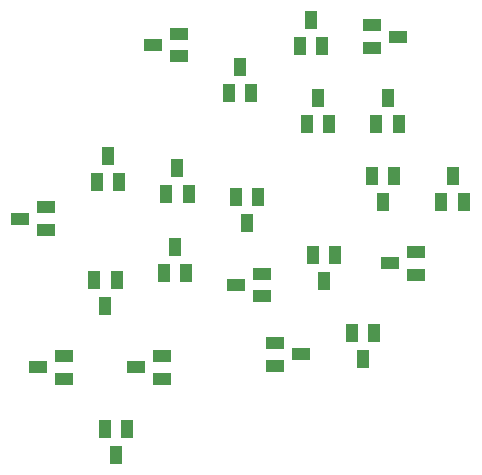
<source format=gts>
G75*
%MOIN*%
%OFA0B0*%
%FSLAX25Y25*%
%IPPOS*%
%LPD*%
%AMOC8*
5,1,8,0,0,1.08239X$1,22.5*
%
%ADD10R,0.04337X0.05912*%
%ADD11R,0.05912X0.04337*%
D10*
X0075449Y0039819D03*
X0082929Y0039819D03*
X0079189Y0031157D03*
X0075646Y0080764D03*
X0079386Y0089425D03*
X0071906Y0089425D03*
X0095134Y0091787D03*
X0102614Y0091787D03*
X0098874Y0100449D03*
X0095921Y0118165D03*
X0103402Y0118165D03*
X0099661Y0126827D03*
X0080173Y0122102D03*
X0072693Y0122102D03*
X0076433Y0130764D03*
X0116787Y0151630D03*
X0124268Y0151630D03*
X0120528Y0160291D03*
X0140409Y0167378D03*
X0147890Y0167378D03*
X0144150Y0176039D03*
X0146512Y0150055D03*
X0150252Y0141394D03*
X0142772Y0141394D03*
X0164425Y0124071D03*
X0171906Y0124071D03*
X0168165Y0115409D03*
X0187654Y0115409D03*
X0195134Y0115409D03*
X0191394Y0124071D03*
X0173480Y0141394D03*
X0166000Y0141394D03*
X0169740Y0150055D03*
X0126630Y0116984D03*
X0119150Y0116984D03*
X0122890Y0108323D03*
X0144740Y0097693D03*
X0152220Y0097693D03*
X0148480Y0089031D03*
X0157732Y0071709D03*
X0165213Y0071709D03*
X0161472Y0063047D03*
D11*
X0053205Y0060291D03*
X0061866Y0056551D03*
X0061866Y0064031D03*
X0085882Y0060291D03*
X0094543Y0056551D03*
X0094543Y0064031D03*
X0119346Y0087850D03*
X0128008Y0084110D03*
X0128008Y0091591D03*
X0132339Y0068362D03*
X0132339Y0060882D03*
X0141000Y0064622D03*
X0170528Y0094937D03*
X0179189Y0091197D03*
X0179189Y0098677D03*
X0164622Y0166787D03*
X0164622Y0174268D03*
X0173283Y0170528D03*
X0100055Y0171512D03*
X0100055Y0164031D03*
X0091394Y0167772D03*
X0055961Y0113638D03*
X0055961Y0106157D03*
X0047299Y0109898D03*
M02*

</source>
